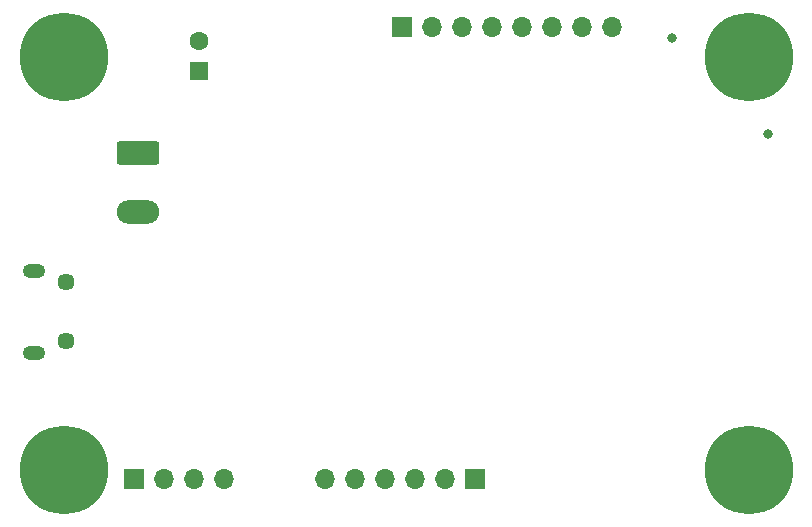
<source format=gbr>
%TF.GenerationSoftware,KiCad,Pcbnew,7.0.6*%
%TF.CreationDate,2024-01-13T18:11:11-05:00*%
%TF.ProjectId,Crystal,43727973-7461-46c2-9e6b-696361645f70,rev?*%
%TF.SameCoordinates,PX1312d00PY1312d00*%
%TF.FileFunction,Soldermask,Bot*%
%TF.FilePolarity,Negative*%
%FSLAX46Y46*%
G04 Gerber Fmt 4.6, Leading zero omitted, Abs format (unit mm)*
G04 Created by KiCad (PCBNEW 7.0.6) date 2024-01-13 18:11:11*
%MOMM*%
%LPD*%
G01*
G04 APERTURE LIST*
G04 Aperture macros list*
%AMRoundRect*
0 Rectangle with rounded corners*
0 $1 Rounding radius*
0 $2 $3 $4 $5 $6 $7 $8 $9 X,Y pos of 4 corners*
0 Add a 4 corners polygon primitive as box body*
4,1,4,$2,$3,$4,$5,$6,$7,$8,$9,$2,$3,0*
0 Add four circle primitives for the rounded corners*
1,1,$1+$1,$2,$3*
1,1,$1+$1,$4,$5*
1,1,$1+$1,$6,$7*
1,1,$1+$1,$8,$9*
0 Add four rect primitives between the rounded corners*
20,1,$1+$1,$2,$3,$4,$5,0*
20,1,$1+$1,$4,$5,$6,$7,0*
20,1,$1+$1,$6,$7,$8,$9,0*
20,1,$1+$1,$8,$9,$2,$3,0*%
G04 Aperture macros list end*
%ADD10R,1.700000X1.700000*%
%ADD11O,1.700000X1.700000*%
%ADD12R,1.600000X1.600000*%
%ADD13C,1.600000*%
%ADD14C,7.500000*%
%ADD15C,0.800000*%
%ADD16RoundRect,0.250000X-1.550000X0.750000X-1.550000X-0.750000X1.550000X-0.750000X1.550000X0.750000X0*%
%ADD17O,3.600000X2.000000*%
%ADD18O,1.900000X1.200000*%
%ADD19C,1.450000*%
G04 APERTURE END LIST*
D10*
%TO.C,GPIO1*%
X32625000Y-1475000D03*
D11*
X35165000Y-1475000D03*
X37705000Y-1475000D03*
X40245000Y-1475000D03*
X42785000Y-1475000D03*
X45325000Y-1475000D03*
X47865000Y-1475000D03*
X50405000Y-1475000D03*
%TD*%
D12*
%TO.C,CB1*%
X15500000Y-5182380D03*
D13*
X15500000Y-2682380D03*
%TD*%
D14*
%TO.C,REF\u002A\u002A*%
X62000000Y-39000000D03*
%TD*%
%TO.C,REF\u002A\u002A*%
X62000000Y-4000000D03*
%TD*%
D15*
%TO.C,BOOT1*%
X55525000Y-2425000D03*
%TD*%
D10*
%TO.C,TTY1*%
X9950000Y-39725000D03*
D11*
X12490000Y-39725000D03*
X15030000Y-39725000D03*
X17570000Y-39725000D03*
%TD*%
D10*
%TO.C,AIN1*%
X38825000Y-39725000D03*
D11*
X36285000Y-39725000D03*
X33745000Y-39725000D03*
X31205000Y-39725000D03*
X28665000Y-39725000D03*
X26125000Y-39725000D03*
%TD*%
D14*
%TO.C,REF\u002A\u002A*%
X4000000Y-39000000D03*
%TD*%
D16*
%TO.C,V1*%
X10277500Y-12125000D03*
D17*
X10277500Y-17125000D03*
%TD*%
D14*
%TO.C,REF\u002A\u002A*%
X4000000Y-4000000D03*
%TD*%
D18*
%TO.C,J1*%
X1462500Y-22100000D03*
D19*
X4162500Y-23100000D03*
X4162500Y-28100000D03*
D18*
X1462500Y-29100000D03*
%TD*%
D15*
%TO.C,RESET1*%
X63600000Y-10500000D03*
%TD*%
M02*

</source>
